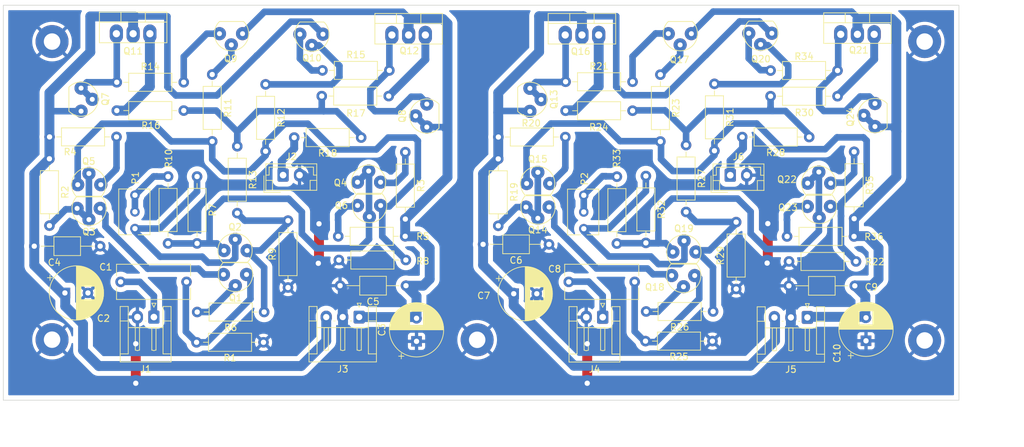
<source format=kicad_pcb>
(kicad_pcb (version 20241229) (generator "pcbnew") (generator_version "9.0")
  (layers (0 "F.Cu" signal) (2 "B.Cu" signal) (13 "F.Paste" user) (15 "B.Paste" user) (5 "F.SilkS" user "F.Silkscreen") (7 "B.SilkS" user "B.Silkscreen") (1 "F.Mask" user) (3 "B.Mask" user) (25 "Edge.Cuts" user))
  (net 0 "")
  (net 1 "Net-(C1-Pad1)")
  (net 2 "Net-(C1-Pad2)")
  (net 3 "GND")
  (net 4 "Net-(J2-Pad1)")
  (net 5 "Net-(Q1-Pad2)")
  (net 6 "Net-(Q1-Pad3)")
  (net 7 "Net-(Q2-Pad1)")
  (net 8 "Net-(Q2-Pad3)")
  (net 9 "Net-(Q3-Pad2)")
  (net 10 "Net-(Q4-Pad3)")
  (net 11 "Net-(Q5-Pad1)")
  (net 12 "Net-(Q5-Pad3)")
  (net 13 "Net-(Q6-Pad3)")
  (net 14 "Net-(Q11-Pad3)")
  (net 15 "Net-(Q9-Pad2)")
  (net 16 "Net-(Q9-Pad3)")
  (net 17 "Net-(Q10-Pad3)")
  (net 18 "Net-(Q11-Pad1)")
  (net 19 "Net-(Q12-Pad1)")
  (net 20 "Net-(Q10-Pad2)")
  (net 21 "+12V")
  (net 22 "-12V")
  (net 23 "Net-(R13-Pad1)")
  (net 24 "Net-(P1-Pad1)")
  (net 25 "Net-(P1-Pad2)")
  (net 26 "Net-(Q12-Pad3)")
  (net 27 "Net-(C8-Pad1)")
  (net 28 "Net-(C8-Pad2)")
  (net 29 "Net-(J6-Pad1)")
  (net 30 "Net-(P2-Pad1)")
  (net 31 "Net-(P2-Pad2)")
  (net 32 "Net-(Q13-Pad1)")
  (net 33 "Net-(Q14-Pad1)")
  (net 34 "Net-(Q14-Pad2)")
  (net 35 "Net-(Q15-Pad1)")
  (net 36 "Net-(Q15-Pad3)")
  (net 37 "Net-(Q16-Pad3)")
  (net 38 "Net-(Q17-Pad2)")
  (net 39 "Net-(Q17-Pad3)")
  (net 40 "Net-(Q18-Pad2)")
  (net 41 "Net-(Q19-Pad1)")
  (net 42 "Net-(Q19-Pad3)")
  (net 43 "Net-(Q20-Pad2)")
  (net 44 "Net-(Q20-Pad3)")
  (net 45 "Net-(Q21-Pad1)")
  (net 46 "Net-(Q21-Pad3)")
  (net 47 "Net-(Q22-Pad3)")
  (net 48 "Net-(Q23-Pad3)")
  (net 49 "Net-(R24-Pad2)")
  (net 50 "+12L")
  (net 51 "-12VA")
  (footprint "Resistor_THT:R_Axial_DIN0207_L6.3mm_D2.5mm_P10.16mm_Horizontal" (layer "F.Cu") (at 178 80.84 -90)
    (property "Reference" "R35")
    (property "Value" "270")
  )
  (footprint "Tranzystory:TO-92" (layer "F.Cu") (at 131.3075 89.24 180)
    (property "Reference" "Q14")
    (property "Value" "BC560")
  )
  (footprint "Resistor_THT:R_Axial_DIN0207_L6.3mm_D2.5mm_P10.16mm_Horizontal" (layer "F.Cu") (at 84.4 80 -90)
    (property "Reference" "R13")
    (property "Value" "470")
  )
  (footprint "Tranzystory:TO-92" (layer "F.Cu") (at 63.2 89.44 180)
    (property "Reference" "Q3")
    (property "Value" "BC560")
  )
  (footprint "MountingHole:MountingHole_2.5mm_Pad" (layer "F.Cu") (at 120.8 109.4)
    (property "Reference" "REF**" (hide yes))
    (property "Value" "MountingHole_2.5mm_Pad" (hide yes))
  )
  (footprint "Capacitor_THT:CP_Radial_D8.0mm_P3.50mm" (layer "F.Cu") (at 179.8 109.552651 90)
    (property "Reference" "C10")
    (property "Value" "100u")
  )
  (footprint "Resistor_THT:R_Axial_DIN0207_L6.3mm_D2.5mm_P10.16mm_Horizontal" (layer "F.Cu") (at 171.18 78.6 180)
    (property "Reference" "R28")
    (property "Value" "10")
  )
  (footprint "Potentiometer_THT:Potentiometer_Bourns_3266Y_Vertical" (layer "F.Cu") (at 136.975 92.525 -90)
    (property "Reference" "P2")
    (property "Value" "1k")
  )
  (footprint "Resistor_THT:R_Axial_DIN0207_L6.3mm_D2.5mm_P10.16mm_Horizontal" (layer "F.Cu") (at 165.32 68.5)
    (property "Reference" "R34")
    (property "Value" "22")
  )
  (footprint "Tranzystory:TO-92" (layer "F.Cu") (at 85.4075 99.48 180)
    (property "Reference" "Q1")
    (property "Value" "BF245A")
  )
  (footprint "Connector_JST:JST_EH_B2B-EH-A_1x02_P2.50mm_Vertical" (layer "F.Cu") (at 91.35 84.38)
    (property "Reference" "J2")
    (property "Value" "Conn_01x02_Female")
  )
  (footprint "MountingHole:MountingHole_2.5mm_Pad" (layer "F.Cu") (at 56.3 109.38)
    (property "Reference" "REF**" (hide yes))
    (property "Value" "MountingHole_2.5mm_Pad" (hide yes))
  )
  (footprint "Package_TO_SOT_THT:TO-220-3_Vertical" (layer "F.Cu") (at 175.96 63)
    (property "Reference" "Q21")
    (property "Value" "2SA1261")
  )
  (footprint "Capacitor_THT:C_Axial_L3.8mm_D2.6mm_P10.00mm_Horizontal" (layer "F.Cu") (at 131.7 94.9 180)
    (property "Reference" "C6")
    (property "Value" "100n")
  )
  (footprint "Connector_JST:JST_EH_S2B-EH_1x02_P2.50mm_Horizontal" (layer "F.Cu") (at 139.85 105.9675 180)
    (property "Reference" "J4")
    (property "Value" "Conn_01x02_Male")
  )
  (footprint "Resistor_THT:R_Axial_DIN0207_L6.3mm_D2.5mm_P10.16mm_Horizontal" (layer "F.Cu") (at 92.1 101.46 90)
    (property "Reference" "R9")
    (property "Value" "100")
  )
  (footprint "Connector_JST:JST_EH_B2B-EH-A_1x02_P2.50mm_Vertical" (layer "F.Cu") (at 159.2 84.4)
    (property "Reference" "J6")
    (property "Value" "Conn_01x02_Female")
  )
  (footprint "MountingHole:MountingHole_2.5mm_Pad" (layer "F.Cu") (at 56.3 64.1)
    (property "Reference" "REF**" (hide yes))
    (property "Value" "MountingHole_2.5mm_Pad" (hide yes))
  )
  (footprint "Resistor_THT:R_Axial_DIN0207_L6.3mm_D2.5mm_P10.16mm_Horizontal" (layer "F.Cu") (at 156.5 109.6 180)
    (property "Reference" "R25")
    (property "Value" "100k")
  )
  (footprint "Capacitor_THT:C_Rect_L11.0mm_W5.1mm_P10.00mm_MKT" (layer "F.Cu") (at 134.7 100.6)
    (property "Reference" "C8")
    (property "Value" "2u2")
  )
  (footprint "Capacitor_THT:CP_Radial_D8.0mm_P3.50mm" (layer "F.Cu") (at 111.6 109.632651 90)
    (property "Reference" "C3")
    (property "Value" "100u")
  )
  (footprint "Resistor_THT:R_Axial_DIN0207_L6.3mm_D2.5mm_P10.16mm_Horizontal" (layer "F.Cu") (at 99.72 93.68)
    (property "Reference" "R5")
    (property "Value" "270")
  )
  (footprint "Resistor_THT:R_Axial_DIN0207_L6.3mm_D2.5mm_P10.16mm_Horizontal" (layer "F.Cu") (at 88.38 109.78 180)
    (property "Reference" "R1")
    (property "Value" "100k")
  )
  (footprint "Tranzystory:TO-92" (layer "F.Cu") (at 97 62.98 180)
    (property "Reference" "Q10")
    (property "Value" "BC550")
  )
  (footprint "Tranzystory:TO-92" (layer "F.Cu") (at 82.7925 95.84)
    (property "Reference" "Q2")
    (property "Value" "BF245A")
  )
  (footprint "Capacitor_THT:C_Axial_L3.8mm_D2.6mm_P10.00mm_Horizontal" (layer "F.Cu") (at 63.6 95.18 180)
    (property "Reference" "C4")
    (property "Value" "100n")
  )
  (footprint "Tranzystory:TO-92" (layer "F.Cu") (at 103.0425 85.46)
    (property "Reference" "Q4")
    (property "Value" "BC550")
  )
  (footprint "Resistor_THT:R_Axial_DIN0207_L6.3mm_D2.5mm_P10.16mm_Horizontal" (layer "F.Cu") (at 88.48 105.18 180)
    (property "Reference" "R6")
    (property "Value" "168")
  )
  (footprint "Resistor_THT:R_Axial_DIN0207_L6.3mm_D2.5mm_P10.16mm_Horizontal" (layer "F.Cu") (at 167.82 93.7)
    (property "Reference" "R36")
    (property "Value" "270")
  )
  (footprint "Tranzystory:TO-92" (layer "F.Cu") (at 153.4075 99.64 180)
    (property "Reference" "Q18")
    (property "Value" "BF245A")
  )
  (footprint "Resistor_THT:R_Axial_DIN0207_L6.3mm_D2.5mm_P10.16mm_Horizontal" (layer "F.Cu") (at 156.8 70.52 -90)
    (property "Reference" "R31")
    (property "Value" "100")
  )
  (footprint "Tranzystory:TO-92" (layer "F.Cu") (at 165.1075 62.84 180)
    (property "Reference" "Q20")
    (property "Value" "BC550")
  )
  (footprint "Resistor_THT:R_Axial_DIN0207_L6.3mm_D2.5mm_P10.16mm_Horizontal" (layer "F.Cu") (at 66.12 70.28)
    (property "Reference" "R14")
    (property "Value" "22")
  )
  (footprint "Tranzystory:TO-92" (layer "F.Cu") (at 150.8925 96.06)
    (property "Reference" "Q19")
    (property "Value" "BF245A")
  )
  (footprint "Resistor_THT:R_Axial_DIN0207_L6.3mm_D2.5mm_P10.16mm_Horizontal" (layer "F.Cu") (at 134.22 70.2)
    (property "Reference" "R21")
    (property "Value" "22")
  )
  (footprint "Resistor_THT:R_Axial_DIN0207_L6.3mm_D2.5mm_P10.16mm_Horizontal" (layer "F.Cu") (at 97.22 72.38)
    (property "Reference" "R17")
    (property "Value" "1")
  )
  (footprint "Tranzystory:TO-92" (layer "F.Cu") (at 152.9 62.9 180)
    (property "Reference" "Q17")
    (property "Value" "BC560")
  )
  (footprint "Resistor_THT:R_Axial_DIN0207_L6.3mm_D2.5mm_P10.16mm_Horizontal" (layer "F.Cu") (at 88.7 70.6 -90)
    (property "Reference" "R12")
    (property "Value" "100")
  )
  (footprint "Potentiometer_THT:Potentiometer_Bourns_3266Y_Vertical" (layer "F.Cu") (at 68.875 92.505 -90)
    (property "Reference" "P1")
    (property "Value" "1k")
  )
  (footprint "Capacitor_THT:CP_Radial_D8.0mm_P3.50mm" (layer "F.Cu") (at 58.247349 102.28)
    (property "Reference" "C2")
    (property "Value" "100u")
  )
  (footprint "MountingHole:MountingHole_2.5mm_Pad" (layer "F.Cu") (at 188.7 64.1)
    (property "Reference" "REF**" (hide yes))
    (property "Value" "MountingHole_2.5mm_Pad" (hide yes))
  )
  (footprint "Resistor_THT:R_Axial_DIN0207_L6.3mm_D2.5mm_P10.16mm_Horizontal" (layer "F.Cu") (at 97.32 68.48)
    (property "Reference" "R15")
    (property "Value" "22")
  )
  (footprint "Tranzystory:TO-92" (layer "F.Cu") (at 174 89.14 180)
    (property "Reference" "Q23")
    (property "Value" "BC550")
  )
  (footprint "Tranzystory:TO-92" (layer "F.Cu") (at 60.7 71.5725 -90)
    (property "Reference" "Q7")
    (property "Value" "BF245A")
  )
  (footprint "Resistor_THT:R_Axial_DIN0207_L6.3mm_D2.5mm_P10.16mm_Horizontal" (layer "F.Cu") (at 156.6 105.1 180)
    (property "Reference" "R26")
    (property "Value" "168")
  )
  (footprint "Resistor_THT:R_Axial_DIN0207_L6.3mm_D2.5mm_P10.16mm_Horizontal" (layer "F.Cu") (at 73.9 84.6 -90)
    (property "Reference" "R10")
    (property "Value" "220")
  )
  (footprint "Resistor_THT:R_Axial_DIN0207_L6.3mm_D2.5mm_P10.16mm_Horizontal" (layer "F.Cu") (at 124 81.92 -90)
    (property "Reference" "R19")
    (property "Value" "270")
  )
  (footprint "Capacitor_THT:CP_Radial_D8.0mm_P3.50mm" (layer "F.Cu") (at 126.347349 102.4)
    (property "Reference" "C7")
    (property "Value" "100u")
  )
  (footprint "Tranzystory:TO-92" (layer "F.Cu") (at 60.5925 85.84)
    (property "Reference" "Q5")
    (property "Value" "BC560")
  )
  (footprint "Resistor_THT:R_Axial_DIN0207_L6.3mm_D2.5mm_P10.16mm_Horizontal" (layer "F.Cu") (at 103.2 78.68 180)
    (property "Reference" "R18")
    (property "Value" "10")
  )
  (footprint "Package_TO_SOT_THT:TO-220-3_Vertical" (layer "F.Cu") (at 134.16 63.1)
    (property "Reference" "Q16")
    (property "Value" "2SC3157")
  )
  (footprint "Capacitor_THT:C_Axial_L3.8mm_D2.6mm_P10.00mm_Horizontal" (layer "F.Cu") (at 178.1 101.2 180)
    (property "Reference" "C9")
    (property "Value" "100n")
  )
  (footprint "Tranzystory:TO-92" (layer "F.Cu") (at 171.3425 85.61)
    (property "Reference" "Q22")
    (property "Value" "BC550")
  )
  (footprint "Tranzystory:TO-92" (layer "F.Cu") (at 113.16 76.6875 90)
    (property "Reference" "Q8")
    (property "Value" "BF245A")
  )
  (footprint "Package_TO_SOT_THT:TO-220-3_Vertical" (layer "F.Cu") (at 66.06 62.9025)
    (property "Reference" "Q11")
    (property "Value" "2SC3157")
  )
  (footprint "Resistor_THT:R_Axial_DIN0207_L6.3mm_D2.5mm_P10.16mm_Horizontal" (layer "F.Cu") (at 146.4 84.52 -90)
    (property "Reference" "R32")
    (property "Value" "270")
  )
  (footprint "Tranzystory:TO-92" (layer "F.Cu") (at 105.75 89 180)
    (property "Reference" "Q6")
    (property "Value" "BC550")
  )
  (footprint "Resistor_THT:R_Axial_DIN0207_L6.3mm_D2.5mm_P10.16mm_Horizontal" (layer "F.Cu") (at 109.9 80.9 -90)
    (property "Reference" "R3")
    (property "Value" "270")
  )
  (footprint "Resistor_THT:R_Axial_DIN0207_L6.3mm_D2.5mm_P10.16mm_Horizontal" (layer "F.Cu") (at 55.9 81.9 -90)
    (property "Reference" "R2")
    (property "Value" "270")
  )
  (footprint "Resistor_THT:R_Axial_DIN0207_L6.3mm_D2.5mm_P10.16mm_Horizontal" (layer "F.Cu") (at 134.22 74.6)
    (property "Reference" "R24")
    (property "Value" "1")
  )
  (footprint "Resistor_THT:R_Axial_DIN0207_L6.3mm_D2.5mm_P10.16mm_Horizontal" (layer "F.Cu") (at 165.32 72.4)
    (property "Reference" "R30")
    (property "Value" "1")
  )
  (footprint "Tranzystory:TO-92" (layer "F.Cu") (at 181.16 76.6075 90)
    (property "Reference" "Q24")
    (property "Value" "BF245A")
  )
  (footprint "Tranzystory:TO-92" (layer "F.Cu") (at 128.7075 85.66)
    (property "Reference" "Q15")
    (property "Value" "BC560")
  )
  (footprint "Tranzystory:TO-92" (layer "F.Cu") (at 84.8 62.9 180)
    (property "Reference" "Q9")
    (property "Value" "BC560")
  )
  (footprint "Resistor_THT:R_Axial_DIN0207_L6.3mm_D2.5mm_P10.16mm_Horizontal" (layer "F.Cu") (at 99.82 97.28)
    (property "Reference" "R8")
    (property "Value" "22k")
  )
  (footprint "Package_TO_SOT_THT:TO-220-3_Vertical" (layer "F.Cu") (at 107.86 63.1025)
    (property "Reference" "Q12")
    (property "Value" "2SA1261")
  )
  (footprint "Resistor_THT:R_Axial_DIN0207_L6.3mm_D2.5mm_P10.16mm_Horizontal" (layer "F.Cu") (at 80.6 69.1 -90)
    (property "Reference" "R11")
    (property "Value" "100")
  )
  (footprint "Connector_JST:JST_EH_S3B-EH_1x03_P2.50mm_Horizontal" (layer "F.Cu") (at 102.9 105.9475 180)
    (property "Reference" "J3")
    (property "Value" "Conn_01x03_Female")
  )
  (footprint "Resistor_THT:R_Axial_DIN0207_L6.3mm_D2.5mm_P10.16mm_Horizontal" (layer "F.Cu") (at 168.12 97.5)
    (property "Reference" "R22")
    (property "Value" "22k")
  )
  (footprint "Resistor_THT:R_Axial_DIN0207_L6.3mm_D2.5mm_P10.16mm_Horizontal" (layer "F.Cu") (at 160.1 101.68 90)
    (property "Reference" "R29")
    (property "Value" "100")
  )
  (footprint "Capacitor_THT:C_Axial_L3.8mm_D2.6mm_P10.00mm_Horizontal" (layer "F.Cu") (at 110 101.18 180)
    (property "Reference" "C5")
    (property "Value" "100n")
  )
  (footprint "Resistor_THT:R_Axial_DIN0207_L6.3mm_D2.5mm_P10.16mm_Horizontal" (layer "F.Cu") (at 124.02 78.6)
    (property "Reference" "R20")
    (property "Value" "270")
  )
  (footprint "Resistor_THT:R_Axial_DIN0207_L6.3mm_D2.5mm_P10.16mm_Horizontal" (layer "F.Cu") (at 152.5 79.82 -90)
    (property "Reference" "R27")
    (property "Value" "470")
  )
  (footprint "Tranzystory:TO-92" (layer "F.Cu") (at 128.8 71.6 -90)
    (property "Reference" "Q13")
    (property "Value" "BF245A")
  )
  (footprint "Resistor_THT:R_Axial_DIN0207_L6.3mm_D2.5mm_P10.16mm_Horizontal" (layer "F.Cu") (at 55.92 78.58)
    (property "Reference" "R4")
    (property "Value" "270")
  )
  (footprint "MountingHole:MountingHole_2.5mm_Pad" (layer "F.Cu") (at 188.7 109.5)
    (property "Reference" "REF**" (hide yes))
    (property "Value" "MountingHole_2.5mm_Pad" (hide yes))
  )
  (footprint "Resistor_THT:R_Axial_DIN0207_L6.3mm_D2.5mm_P10.16mm_Horizontal" (layer "F.Cu") (at 148.6 69.12 -90)
    (property "Reference" "R23")
    (property "Value" "100")
  )
  (footprint "Resistor_THT:R_Axial_DIN0207_L6.3mm_D2.5mm_P10.16mm_Horizontal" (layer "F.Cu") (at 142 84.62 -90)
    (property "Reference" "R33")
    (property "Value" "220")
  )
  (footprint "Connector_JST:JST_EH_S3B-EH_1x03_P2.50mm_Horizontal" (layer "F.Cu") (at 170.9 106 180)
    (property "Reference" "J5")
    (property "Value" "Conn_01x03_Female")
  )
  (footprint "Connector_JST:JST_EH_S2B-EH_1x02_P2.50mm_Horizontal" (layer "F.Cu") (at 71.75 105.9475 180)
    (property "Reference" "J1")
    (property "Value" "Conn_01x02_Male")
  )
  (footprint "Capacitor_THT:C_Rect_L11.0mm_W5.1mm_P10.00mm_MKT" (layer "F.Cu") (at 66.7 100.6)
    (property "Reference" "C1")
    (property "Value" "2u2")
  )
  (footprint "Resistor_THT:R_Axial_DIN0207_L6.3mm_D2.5mm_P10.16mm_Horizontal" (layer "F.Cu") (at 78.3 84.6 -90)
    (property "Reference" "R7")
    (property "Value" "270")
  )
  (footprint "Resistor_THT:R_Axial_DIN0207_L6.3mm_D2.5mm_P10.16mm_Horizontal" (layer "F.Cu") (at 66.12 74.58)
    (property "Reference" "R16")
    (property "Value" "1")
  )
  (gr_rect (start 48.9 58.58) (end 193.9 118.58) (stroke (width 0.1)) (fill no) (layer "Edge.Cuts"))
  (segment (start 71.75 102.73) (end 69.62 100.6) (width 1) (layer "B.Cu") (net 1))
  (segment (start 69.62 100.6) (end 66.7 100.6) (width 1) (layer "B.Cu") (net 1))
  (segment (start 71.75 105.9475) (end 71.75 102.73) (width 1) (layer "B.Cu") (net 1))
  (segment (start 76.6 100.7) (end 76.6 108.16) (width 1) (layer "B.Cu") (net 2))
  (segment (start 76.7 100.6) (end 76.6 100.7) (width 1) (layer "B.Cu") (net 2))
  (segment (start 78.22 109.78) (end 79.8 109.78) (width 1) (layer "B.Cu") (net 2))
  (segment (start 76.6 108.16) (end 78.22 109.78) (width 1) (layer "B.Cu") (net 2))
  (segment (start 86.4 100.0725) (end 85.8075 99.48) (width 1) (layer "B.Cu") (net 2))
  (segment (start 86.4 103.18) (end 86.4 100.0725) (width 1) (layer "B.Cu") (net 2))
  (segment (start 79.8 109.78) (end 86.4 103.18) (width 1) (layer "B.Cu") (net 2))
  (segment (start 137.5 110) (end 137.5 116) (width 1.5) (layer "F.Cu") (net 3))
  (segment (start 164.9 91.747349) (end 164.9 97.647349) (width 1.5) (layer "F.Cu") (net 3))
  (segment (start 96.8 97.68) (end 96.7 97.78) (width 1.5) (layer "F.Cu") (net 3))
  (segment (start 69 110) (end 69 116) (width 1.5) (layer "F.Cu") (net 3))
  (segment (start 96.8 91.78) (end 96.8 97.68) (width 1.5) (layer "F.Cu") (net 3))
  (segment (start 164.9 97.647349) (end 164.8 97.747349) (width 0.75) (layer "F.Cu") (net 3))
  (via (at 164.8 97.747349) (size 2.5) (drill 0.8) (layers "F.Cu" "B.Cu") (net 3))
  (via (at 96.8 91.78) (size 2.5) (drill 0.8) (layers "F.Cu" "B.Cu") (net 3))
  (via (at 137.5 110) (size 2.5) (drill 0.8) (layers "F.Cu" "B.Cu") (net 3))
  (via (at 69 116) (size 2.5) (drill 0.8) (layers "F.Cu" "B.Cu") (net 3))
  (via (at 164.9 91.747349) (size 2.5) (drill 0.8) (layers "F.Cu" "B.Cu") (net 3))
  (via (at 96.7 97.78) (size 2.5) (drill 0.8) (layers "F.Cu" "B.Cu") (net 3))
  (via (at 137.5 116) (size 2.5) (drill 0.8) (layers "F.Cu" "B.Cu") (net 3))
  (via (at 69 110) (size 2.5) (drill 0.8) (layers "F.Cu" "B.Cu") (net 3))
  (segment (start 168.4 106) (end 168.4 107.55) (width 1.5) (layer "B.Cu") (net 3))
  (segment (start 129.847349 103.094698) (end 129.847349 102.247349) (width 1) (layer "B.Cu") (net 3))
  (segment (start 168.2 101.047349) (end 168.1 101.147349) (width 1) (layer "B.Cu") (net 3))
  (segment (start 100.45 105.9975) (end 100.4 105.9475) (width 1.5) (layer "B.Cu") (net 3))
  (segment (start 100.45 108.1) (end 100.45 105.9975) (width 1.5) (layer "B.Cu") (net 3))
  (segment (start 99.82 97.28) (end 100.1 97.56) (width 1) (layer "B.Cu") (net 3))
  (segment (start 100 101.18) (end 100.4 101.58) (width 1.5) (layer "B.Cu") (net 3))
  (segment (start 168.1 101.2) (end 168.4 101.5) (width 1.5) (layer "B.Cu") (net 3))
  (segment (start 96.7 97.78) (end 96.7 97.88) (width 1.5) (layer "B.Cu") (net 3))
  (segment (start 100.1 101.08) (end 100 101.18) (width 1) (layer "B.Cu") (net 3))
  (segment (start 96.8 86.88) (end 96.8 91.78) (width 1.5) (layer "B.Cu") (net 3))
  (segment (start 100.4 101.58) (end 100.4 105.9475) (width 1.5) (layer "B.Cu") (net 3))
  (segment (start 93.85 84.38) (end 94.3 84.38) (width 1.5) (layer "B.Cu") (net 3))
  (segment (start 164.8 97.747349) (end 164.8 97.847349) (width 1.5) (layer "B.Cu") (net 3))
  (segment (start 168.4 101.5) (end 168.4 106) (width 1.5) (layer "B.Cu") (net 3))
  (segment (start 94.3 84.38) (end 96.8 86.88) (width 1.5) (layer "B.Cu") (net 3))
  (segment (start 91.15 82.23) (end 91.15 84.78) (width 1.2) (layer "B.Cu") (net 4))
  (segment (start 93.04 80.34) (end 91.15 82.23) (width 1.2) (layer "B.Cu") (net 4))
  (segment (start 93.04 78.68) (end 93.04 80.34) (width 1.2) (layer "B.Cu") (net 4))
  (segment (start 78.32 105.18) (end 80.1075 105.18) (width 1) (layer "B.Cu") (net 5))
  (segment (start 80.1075 105.18) (end 84.1075 101.18) (width 1) (layer "B.Cu") (net 5))
  (segment (start 82.3075 99.48) (end 79.4 99.48) (width 1) (layer "B.Cu") (net 6))
  (segment (start 79.4 99.48) (end 78.52 98.6) (width 1) (layer "B.Cu") (net 6))
  (segment (start 78.52 98.6) (end 70.82 98.6) (width 1) (layer "B.Cu") (net 6))
  (segment (start 64.4 92.18) (end 64.4 90.38) (width 1) (layer "B.Cu") (net 6))
  (segment (start 64.4 90.38) (end 63.6 89.58) (width 1) (layer "B.Cu") (net 6))
  (segment (start 70.82 98.6) (end 64.4 92.18) (width 1) (layer "B.Cu") (net 6))
  (segment (start 103 95.5) (end 104.3925 94.1075) (width 1) (layer "B.Cu") (net 7))
  (segment (start 94.2 89.98) (end 94.2 93.28) (width 1) (layer "B.Cu") (net 7))
  (segment (start 92.2 87.98) (end 94.2 89.98) (width 1) (layer "B.Cu") (net 7))
  (segment (start 82.3 87.98) (end 92.2 87.98) (width 1) (layer "B.Cu") (net 7))
  (segment (start 73.9 94.76) (end 78.3 94.76) (width 1) (layer "B.Cu") (net 7))
  (segment (start 104.3425 83.76) (end 102.6425 85.46) (width 1) (layer "B.Cu") (net 7))
  (segment (start 81.3125 94.76) (end 78.3 94.76) (width 1) (layer "B.Cu") (net 7))
  (segment (start 94.2 93.28) (end 96.42 95.5) (width 1) (layer "B.Cu") (net 7))
  (segment (start 80.2 90.08) (end 82.3 87.98) (width 1) (layer "B.Cu") (net 7))
  (segment (start 104.3925 94.1075) (end 104.3925 83.86) (width 1) (layer "B.Cu") (net 7))
  (segment (start 80.2 94.76) (end 80.2 90.08) (width 1) (layer "B.Cu") (net 7))
  (segment (start 82.3925 95.84) (end 81.3125 94.76) (width 1) (layer "B.Cu") (net 7))
  (segment (start 96.42 95.5) (end 103 95.5) (width 1) (layer "B.Cu") (net 7))
  (segment (start 88.48 98.4275) (end 85.8925 95.84) (width 1) (layer "B.Cu") (net 8))
  (segment (start 85.54 91.3) (end 92.1 91.3) (width 1) (layer "B.Cu") (net 8))
  (segment (start 92.1 91.68) (end 87.94 95.84) (width 1) (layer "B.Cu") (net 8))
  (segment (start 87.94 95.84) (end 85.8925 95.84) (width 1) (layer "B.Cu") (net 8))
  (segment (start 88.48 105.18) (end 88.48 98.4275) (width 1) (layer "B.Cu") (net 8))
  (segment (start 84.2 89.96) (end 85.54 91.3) (width 1) (layer "B.Cu") (net 8))
  (segment (start 92.1 91.3) (end 92.1 91.68) (width 1) (layer "B.Cu") (net 8))
  (segment (start 55.9 92.06) (end 58.38 89.58) (width 1) (layer "B.Cu") (net 9))
  (segment (start 61.9 91.14) (end 61.8 91.14) (width 1) (layer "B.Cu") (net 9))
  (segment (start 61.8 91.14) (end 60.1 89.44) (width 1) (layer "B.Cu") (net 9))
  (segment (start 61.9 91.14) (end 61.8925 91.1325) (width 1) (layer "B.Cu") (net 9))
  (segment (start 61.8925 91.1325) (end 61.8925 84.14) (width 1) (layer "B.Cu") (net 9))
  (segment (start 58.38 89.58) (end 60.2 89.58) (width 1) (layer "B.Cu") (net 9))
  (segment (start 109.9 84.1) (end 109.9 80.9) (width 1) (layer "B.Cu") (net 10))
  (segment (start 106.1925 85.56) (end 108.44 85.56) (width 1) (layer "B.Cu") (net 10))
  (segment (start 108.44 85.56) (end 109.9 84.1) (width 1) (layer "B.Cu") (net 10))
  (segment (start 111.8 84.8) (end 107.46 89.14) (width 1) (layer "B.Cu") (net 11))
  (segment (start 60.1925 85.84) (end 60.1925 80.2875) (width 1) (layer "B.Cu") (net 11))
  (segment (start 60.1925 80.2875) (end 63.9 76.58) (width 1) (layer "B.Cu") (net 11))
  (segment (start 88.7 79.48) (end 91.6 76.58) (width 1) (layer "B.Cu") (net 11))
  (segment (start 80.6 82) (end 82.4 83.8) (width 1) (layer "B.Cu") (net 11))
  (segment (start 105.5 80.48) (end 107.3 78.68) (width 1) (layer "B.Cu") (net 11))
  (segment (start 80.6 79.26) (end 80.6 82) (width 1) (layer "B.Cu") (net 11))
  (segment (start 111.8 79.18) (end 111.8 84.8) (width 1) (layer "B.Cu") (net 11))
  (segment (start 91.6 76.58) (end 95.1 76.58) (width 1) (layer "B.Cu") (net 11))
  (segment (start 107.3 78.68) (end 111.3 78.68) (width 1) (layer "B.Cu") (net 11))
  (segment (start 106.4 93.7) (end 106.4 89.4325) (width 1) (layer "B.Cu") (net 11))
  (segment (start 86.3 83.8) (end 88.7 81.4) (width 1) (layer "B.Cu") (net 11))
  (segment (start 109.98 97.28) (end 106.4 93.7) (width 1) (layer "B.Cu") (net 11))
  (segment (start 88.7 80.76) (end 88.7 79.48) (width 1) (layer "B.Cu") (net 11))
  (segment (start 111.3 78.68) (end 111.8 79.18) (width 1) (layer "B.Cu") (net 11))
  (segment (start 107.46 89.14) (end 106.1075 89.14) (width 1) (layer "B.Cu") (net 11))
  (segment (start 88.7 81.4) (end 88.7 80.76) (width 1) (layer "B.Cu") (net 11))
  (segment (start 71.7 76.58) (end 74.38 79.26) (width 1) (layer "B.Cu") (net 11))
  (segment (start 99 80.48) (end 105.5 80.48) (width 1) (layer "B.Cu") (net 11))
  (segment (start 95.1 76.58) (end 99 80.48) (width 1) (layer "B.Cu") (net 11))
  (segment (start 63.9 76.58) (end 71.7 76.58) (width 1) (layer "B.Cu") (net 11))
  (segment (start 74.38 79.26) (end 80.6 79.26) (width 1) (layer "B.Cu") (net 11))
  (segment (start 82.4 83.8) (end 86.3 83.8) (width 1) (layer "B.Cu") (net 11))
  (segment (start 106.4 89.4325) (end 106.1075 89.14) (width 1) (layer "B.Cu") (net 11))
  (segment (start 66 83.5325) (end 66 83.38) (width 1) (layer "B.Cu") (net 12))
  (segment (start 66.08 83.3) (end 66.08 78.58) (width 1) (layer "B.Cu") (net 12))
  (segment (start 63.6925 85.84) (end 66 83.5325) (width 1) (layer "B.Cu") (net 12))
  (segment (start 66 83.38) (end 66.08 83.3) (width 1) (layer "B.Cu") (net 12))
  (segment (start 102.6075 89.14) (end 100.96 89.14) (width 1) (layer "B.Cu") (net 13))
  (segment (start 99.7 90.4) (end 99.7 91.2) (width 1) (layer "B.Cu") (net 13))
  (segment (start 99.72 91.22) (end 99.72 93.68) (width 1) (layer "B.Cu") (net 13))
  (segment (start 99.7 91.2) (end 99.72 91.22) (width 1) (layer "B.Cu") (net 13))
  (segment (start 100.96 89.14) (end 99.7 90.4) (width 1) (layer "B.Cu") (net 13))
  (segment (start 66.12 74.58) (end 67.5 74.58) (width 1.5) (layer "B.Cu") (net 14))
  (segment (start 71.14 70.94) (end 67.5 74.58) (width 1.5) (layer "B.Cu") (net 14))
  (segment (start 71.14 62.9025) (end 71.14 70.94) (width 1.5) (layer "B.Cu") (net 14))
  (segment (start 80.6 69.1) (end 83.5 66.2) (width 1) (layer "B.Cu") (net 15))
  (segment (start 83.5 66.2) (end 83.5 64.6) (width 1) (layer "B.Cu") (net 15))
  (segment (start 76.28 66.4) (end 79.78 62.9) (width 1) (layer "B.Cu") (net 16))
  (segment (start 76.28 70.28) (end 76.28 66.4) (width 1) (layer "B.Cu") (net 16))
  (segment (start 79.78 62.9) (end 81.7 62.9) (width 1) (layer "B.Cu") (net 16))
  (segment (start 95.7 68.48) (end 93.9 66.68) (width 1) (layer "B.Cu") (net 17))
  (segment (start 97.32 68.48) (end 95.7 68.48) (width 1) (layer "B.Cu") (net 17))
  (segment (start 93.9 66.68) (end 93.9 62.98) (width 1) (layer "B.Cu") (net 17))
  (segment (start 66.12 70.28) (end 66.12 62.9625) (width 1) (layer "B.Cu") (net 18))
  (segment (start 66.12 62.9625) (end 66.06 62.9025) (width 1) (layer "B.Cu") (net 18))
  (segment (start 62.4 72.8725) (end 60.7 71.1725) (width 1) (layer "B.Cu") (net 18))
  (segment (start 60.7 71.1725) (end 61.5925 70.28) (width 1) (layer "B.Cu") (net 18))
  (segment (start 61.5925 70.28) (end 66.12 70.28) (width 1) (layer "B.Cu") (net 18))
  (segment (start 110.8 72.48) (end 112.2 72.48) (width 1) (layer "B.Cu") (net 19))
  (segment (start 107.48 68.48) (end 104.6 71.36) (width 1) (layer "B.Cu") (net 19))
  (segment (start 107.48 63.4825) (end 107.86 63.1025) (width 1) (layer "B.Cu") (net 19))
  (segment (start 105.3 74.68) (end 108.6 74.68) (width 1) (layer "B.Cu") (net 19))
  (segment (start 113.16 73.44) (end 113.16 73.5875) (width 1) (layer "B.Cu") (net 19))
  (segment (start 112.2 72.48) (end 113.16 73.44) (width 1) (layer "B.Cu") (net 19))
  (segment (start 107.48 68.48) (end 107.48 63.4825) (width 1) (layer "B.Cu") (net 19))
  (segment (start 104.6 71.36) (end 104.6 73.98) (width 1) (layer "B.Cu") (net 19))
  (segment (start 108.6 74.68) (end 110.8 72.48) (width 1) (layer "B.Cu") (net 19))
  (segment (start 104.6 73.98) (end 105.3 74.68) (width 1) (layer "B.Cu") (net 19))
  (segment (start 99.9 67.78) (end 96.8 64.68) (width 1) (layer "B.Cu") (net 20))
  (segment (start 88.7 70.6) (end 98.78 70.6) (width 1) (layer "B.Cu") (net 20))
  (segment (start 96.8 64.68) (end 95.7 64.68) (width 1) (layer "B.Cu") (net 20))
  (segment (start 98.78 70.6) (end 99.9 69.48) (width 1) (layer "B.Cu") (net 20))
  (segment (start 99.9 69.48) (end 99.9 67.78) (width 1) (layer "B.Cu") (net 20))
  (segment (start 58.3 104.3) (end 61 107) (width 1.5) (layer "B.Cu") (net 21))
  (segment (start 73.8 60.28) (end 73.8 71) (width 1) (layer "B.Cu") (net 21))
  (segment (start 68.8 60.28) (end 68.6 60.48) (width 1.5) (layer "B.Cu") (net 21))
  (segment (start 68.6 60.48) (end 68.6 62.9025) (width 1.5) (layer "B.Cu") (net 21))
  (segment (start 73.8 71) (end 75.08 72.28) (width 1) (layer "B.Cu") (net 21))
  (segment (start 92.52048 61.07952) (end 95.49952 61.07952) (width 1) (layer "B.Cu") (net 21))
  (segment (start 55.9 74.9) (end 55.9 78.56) (width 1.5) (layer "B.Cu") (net 21))
  (segment (start 58.247349 102.28) (end 57.8 102.28) (width 1.5) (layer "B.Cu") (net 21))
  (segment (start 55.9 81.9) (end 55.9 78.56) (width 1.5) (layer "B.Cu") (net 21))
  (segment (start 61 107) (end 61 111) (width 1.5) (layer "B.Cu") (net 21))
  (segment (start 53.6 95.18) (end 53.6 84.2) (width 1.5) (layer "B.Cu") (net 21))
  (segment (start 56.1275 74.6725) (end 55.9 74.9) (width 1) (layer "B.Cu") (net 21))
  (segment (start 55.9 71.9) (end 55.9 74.9) (width 1.5) (layer "B.Cu") (net 21))
  (segment (start 53.6 98.08) (end 53.6 95.18) (width 1.5) (layer "B.Cu") (net 21))
  (segment (start 60.7 74.6725) (end 56.1275 74.6725) (width 1) (layer "B.Cu") (net 21))
  (segment (start 61 111) (end 63.38 113.38) (width 1.5) (layer "B.Cu") (net 21))
  (segment (start 63.38 113.38) (end 94.1 113.38) (width 1.5) (layer "B.Cu") (net 21))
  (segment (start 62.1 60.28) (end 62.1 65.7) (width 1.5) (layer "B.Cu") (net 21))
  (segment (start 58.3 102.332651) (end 58.3 104.3) (width 1.5) (layer "B.Cu") (net 21))
  (segment (start 81.3 72.28) (end 87.38 66.2) (width 1) (layer "B.Cu") (net 21))
  (segment (start 95.49952 61.07952) (end 97.4 62.98) (width 1) (layer "B.Cu") (net 21))
  (segment (start 53.6 84.2) (end 55.9 81.9) (width 1.5) (layer "B.Cu") (net 21))
  (segment (start 58.247349 102.28) (end 58.3 102.332651) (width 1.5) (layer "B.Cu") (net 21))
  (segment (start 75.08 72.28) (end 81.3 72.28) (width 1) (layer "B.Cu") (net 21))
  (segment (start 94.1 113.38) (end 97.9 109.58) (width 1.5) (layer "B.Cu") (net 21))
  (segment (start 55.9 78.56) (end 55.92 78.58) (width 1.5) (layer "B.Cu") (net 21))
  (segment (start 68.8 60.28) (end 62.1 60.28) (width 1.5) (layer "B.Cu") (net 21))
  (segment (start 97.9 109.58) (end 97.9 105.9475) (width 1.5) (layer "B.Cu") (net 21))
  (segment (start 68.8 60.28) (end 73.8 60.28) (width 1) (layer "B.Cu") (net 21))
  (segment (start 57.8 102.28) (end 53.6 98.08) (width 1.5) (layer "B.Cu") (net 21))
  (segment (start 62.1 65.7) (end 55.9 71.9) (width 1.5) (layer "B.Cu") (net 21))
  (segment (start 87.4 66.2) (end 92.52048 61.07952) (width 1) (layer "B.Cu") (net 21))
  (segment (start 87.38 66.2) (end 87.4 66.2) (width 1) (layer "B.Cu") (net 21))
  (segment (start 115.6075 77.0875) (end 116.3 77.78) (width 1) (layer "B.Cu") (net 22))
  (segment (start 111.46 75.3875) (end 113.16 77.0875) (width 1) (layer "B.Cu") (net 22))
  (segment (start 111.6 102.78) (end 110 101.18) (width 1.5) (layer "B.Cu") (net 22))
  (segment (start 85.18 62.92) (end 88.52 59.58) (width 1) (layer "B.Cu") (net 22))
  (segment (start 88.52 59.58) (end 109.5 59.58) (width 1) (layer "B.Cu") (net 22))
  (segment (start 102.9 105.9475) (end 111.414849 105.9475) (width 1.5) (layer "B.Cu") (net 22))
  (segment (start 116.3 84.68) (end 109.88 91.1) (width 1.5) (layer "B.Cu") (net 22))
  (segment (start 110.4 60.78) (end 110.4 63.1025) (width 1.5) (layer "B.Cu") (net 22))
  (segment (start 113.16 77.0875) (end 115.6075 77.0875) (width 1) (layer "B.Cu") (net 22))
  (segment (start 113.6 100.18) (end 113.6 95.48) (width 1.5) (layer "B.Cu") (net 22))
  (segment (start 111.8 93.68) (end 109.88 93.68) (width 1.5) (layer "B.Cu") (net 22))
  (segment (start 110.6 60.68) (end 115.6 60.68) (width 1.5) (layer "B.Cu") (net 22))
  (segment (start 110 101.18) (end 112.6 101.18) (width 1.5) (layer "B.Cu") (net 22))
  (segment (start 109.88 91.1) (end 109.88 93.68) (width 1.5) (layer "B.Cu") (net 22))
  (segment (start 116.3 77.78) (end 116.3 84.68) (width 1.5) (layer "B.Cu") (net 22))
  (segment (start 115.6 60.68) (end 116.3 61.38) (width 1.5) (layer "B.Cu") (net 22))
  (segment (start 116.3 61.38) (end 116.3 77.78) (width 1.5) (layer "B.Cu") (net 22))
  (segment (start 111.6 106.132651) (end 111.6 102.78) (width 1.5) (layer "B.Cu") (net 22))
  (segment (start 109.5 59.58) (end 110.6 60.68) (width 1) (layer "B.Cu") (net 22))
  (segment (start 111.414849 105.9475) (end 111.6 106.132651) (width 1.5) (layer "B.Cu") (net 22))
  (segment (start 112.6 101.18) (end 113.6 100.18) (width 1.5) (layer "B.Cu") (net 22))
  (segment (start 113.6 95.48) (end 111.8 93.68) (width 1.5) (layer "B.Cu") (net 22))
  (segment (start 87.5 74.68) (end 97.5 74.68) (width 1) (layer "B.Cu") (net 23))
  (segment (start 84.4 77.78) (end 84.4 80) (width 1) (layer "B.Cu") (net 23))
  (segment (start 84.4 77.78) (end 87.5 74.68) (width 1) (layer "B.Cu") (net 23))
  (segment (start 97.5 74.68) (end 99.48 74.68) (width 1) (layer "B.Cu") (net 23))
  (segment (start 99.48 74.68) (end 103.2 78.4) (width 1) (layer "B.Cu") (net 23))
  (segment (start 97.2 74.18) (end 97.2 74.38) (width 1) (layer "B.Cu") (net 23))
  (segment (start 81.2 74.58) (end 84.4 77.78) (width 1) (layer "B.Cu") (net 23))
  (segment (start 97.22 74.16) (end 97.2 74.18) (width 1) (layer "B.Cu") (net 23))
  (segment (start 103.2 78.4) (end 103.2 78.68) (width 1) (layer "B.Cu") (net 23))
  (segment (start 76.28 74.58) (end 81.2 74.58) (width 1) (layer "B.Cu") (net 23))
  (segment (start 97.2 74.38) (end 97.5 74.68) (width 1) (layer "B.Cu") (net 23))
  (segment (start 97.22 72.38) (end 97.22 74.16) (width 1) (layer "B.Cu") (net 23))
  (segment (start 84.0925 96.9875) (end 83.4 97.68) (width 1) (layer "B.Cu") (net 24))
  (segment (start 72.7 96.78) (end 68.875 92.955) (width 1) (layer "B.Cu") (net 24))
  (segment (start 84.0925 94.14) (end 84.0925 96.9875) (width 1) (layer "B.Cu") (net 24))
  (segment (start 79.08 96.78) (end 72.7 96.78) (width 1) (layer "B.Cu") (net 24))
  (segment (start 68.875 92.955) (end 68.875 92.505) (width 1) (layer "B.Cu") (net 24))
  (segment (start 78.3 86.88) (end 72.675 92.505) (width 1) (layer "B.Cu") (net 24))
  (segment (start 72.675 92.505) (end 68.875 92.505) (width 1) (layer "B.Cu") (net 24))
  (segment (start 78.3 84.6) (end 78.3 86.88) (width 1) (layer "B.Cu") (net 24))
  (segment (start 79.98 97.68) (end 79.08 96.78) (width 1) (layer "B.Cu") (net 24))
  (segment (start 83.4 97.68) (end 79.98 97.68) (width 1) (layer "B.Cu") (net 24))
  (segment (start 68.875 87.425) (end 71.72 84.58) (width 1) (layer "B.Cu") (net 25))
  (segment (start 72.22 84.6) (end 73.9 84.6) (width 1) (layer "B.Cu") (net 25))
  (segment (start 68.875 89.965) (end 68.875 87.425) (width 1) (layer "B.Cu") (net 25))
  (segment (start 71.72 84.58) (end 72.2 84.58) (width 1) (layer "B.Cu") (net 25))
  (segment (start 72.2 84.58) (end 72.22 84.6) (width 1) (layer "B.Cu") (net 25))
  (segment (start 112.94 66.82) (end 107.38 72.38) (width 1.2) (layer "B.Cu") (net 26))
  (segment (start 112.94 63.1025) (end 112.94 66.82) (width 1.2) (layer "B.Cu") (net 26))
  (segment (start 137.72 100.567349) (end 134.8 100.567349) (width 1) (layer "B.Cu") (net 27))
  (segment (start 139.85 102.697349) (end 137.72 100.567349) (width 1) (layer "B.Cu") (net 27))
  (segment (start 139.85 105.914849) (end 139.85 102.697349) (width 1) (layer "B.Cu") (net 27))
  (segment (start 144.7 100.667349) (end 144.7 108.127349) (width 1) (layer "B.Cu") (net 28))
  (segment (start 144.7 108.127349) (end 146.32 109.747349) (width 1) (layer "B.Cu") (net 28))
  (segment (start 147.9 109.747349) (end 154.5 103.147349) (width 1) (layer "B.Cu") (net 28))
  (segment (start 146.32 109.747349) (end 147.9 109.747349) (width 1) (layer "B.Cu") (net 28))
  (segment (start 154.5 103.147349) (end 154.5 100.039849) (width 1) (layer "B.Cu") (net 28))
  (segment (start 154.5 100.039849) (end 153.9075 99.447349) (width 1) (layer "B.Cu") (net 28))
  (segment (start 161.14 80.307349) (end 159.25 82.197349) (width 1.2) (layer "B.Cu") (net 29))
  (segment (start 159.25 82.197349) (end 159.25 84.747349) (width 1.2) (layer "B.Cu") (net 29))
  (segment (start 161.14 78.647349) (end 161.14 80.307349) (width 1.2) (layer "B.Cu") (net 29))
  (segment (start 152.25 97.25) (end 151.6 97.9) (width 1) (layer "B.Cu") (net 30))
  (segment (start 152.1925 94.36) (end 152.25 94.4175) (width 1) (layer "B.Cu") (net 30))
  (segment (start 151.6 97.9) (end 148.3 97.9) (width 1) (layer "B.Cu") (net 30))
  (segment (start 148.3 97.9) (end 147.147349 96.747349) (width 1) (layer "B.Cu") (net 30))
  (segment (start 140.8 96.747349) (end 136.975 92.922349) (width 1) (layer "B.Cu") (net 30))
  (segment (start 152.25 94.4175) (end 152.25 97.25) (width 1) (layer "B.Cu") (net 30))
  (segment (start 136.975 92.472349) (end 140.775 92.472349) (width 1) (layer "B.Cu") (net 30))
  (segment (start 146.4 86.847349) (end 146.4 84.567349) (width 1) (layer "B.Cu") (net 30))
  (segment (start 147.147349 96.747349) (end 140.8 96.747349) (width 1) (layer "B.Cu") (net 30))
  (segment (start 140.775 92.472349) (end 146.4 86.847349) (width 1) (layer "B.Cu") (net 30))
  (segment (start 136.975 92.922349) (end 136.975 92.472349) (width 1) (layer "B.Cu") (net 30))
  (segment (start 136.975 87.392349) (end 139.82 84.547349) (width 1) (layer "B.Cu") (net 31))
  (segment (start 136.975 89.932349) (end 136.975 87.392349) (width 1) (layer "B.Cu") (net 31))
  (segment (start 139.82 84.547349) (end 140.3 84.547349) (width 1) (layer "B.Cu") (net 31))
  (segment (start 140.3 84.547349) (end 140.32 84.567349) (width 1) (layer "B.Cu") (net 31))
  (segment (start 140.32 84.567349) (end 142 84.567349) (width 1) (layer "B.Cu") (net 31))
  (segment (start 134.22 70.247349) (end 134.22 63.16) (width 1) (layer "B.Cu") (net 32))
  (segment (start 130.5 72.839849) (end 128.8 71.139849) (width 1) (layer "B.Cu") (net 32))
  (segment (start 129.6925 70.247349) (end 134.22 70.247349) (width 1) (layer "B.Cu") (net 32))
  (segment (start 134.22 63.16) (end 134.16 63.1) (width 1) (layer "B.Cu") (net 32))
  (segment (start 128.8 71.139849) (end 129.6925 70.247349) (width 1) (layer "B.Cu") (net 32))
  (segment (start 150.4075 99.447349) (end 147.5 99.447349) (width 1) (layer "B.Cu") (net 33))
  (segment (start 146.62 98.567349) (end 138.92 98.567349) (width 1) (layer "B.Cu") (net 33))
  (segment (start 147.5 99.447349) (end 146.62 98.567349) (width 1) (layer "B.Cu") (net 33))
  (segment (start 132.5 90.0325) (end 131.7075 89.24) (width 1) (layer "B.Cu") (net 33))
  (segment (start 138.92 98.567349) (end 132.5 92.147349) (width 1) (layer "B.Cu") (net 33))
  (segment (start 132.5 92.147349) (end 132.5 90.0325) (width 1) (layer "B.Cu") (net 33))
  (segment (start 127.892651 89.24) (end 128.2 89.547349) (width 1) (layer "B.Cu") (net 34))
  (segment (start 126.787349 89.24) (end 127.892651 89.24) (width 1) (layer "B.Cu") (net 34))
  (segment (start 129.9075 90.94) (end 128.2075 89.24) (width 1) (layer "B.Cu") (net 34))
  (segment (start 124 92.027349) (end 126.787349 89.24) (width 1) (layer "B.Cu") (net 34))
  (segment (start 130.007011 84.12186) (end 129.9925 84.107349) (width 1) (layer "B.Cu") (net 34))
  (segment (start 130.0075 90.94) (end 130.007011 90.939511) (width 1) (layer "B.Cu") (net 34))
  (segment (start 130.007011 90.939511) (end 130.007011 84.12186) (width 1) (layer "B.Cu") (net 34))
  (segment (start 130.0075 90.94) (end 129.9075 90.94) (width 1) (layer "B.Cu") (net 34))
  (segment (start 173.6 80.447349) (end 175.4 78.647349) (width 1) (layer "B.Cu") (net 35))
  (segment (start 142.48 79.227349) (end 148.7 79.227349) (width 1) (layer "B.Cu") (net 35))
  (segment (start 148.7 79.227349) (end 148.7 81.967349) (width 1) (layer "B.Cu") (net 35))
  (segment (start 175.999511 88.900489) (end 175.999511 90.600489) (width 1) (layer "B.Cu") (net 35))
  (segment (start 156.8 81.367349) (end 156.8 79.447349) (width 1) (layer "B.Cu") (net 35))
  (segment (start 150.5 83.767349) (end 154.4 83.767349) (width 1) (layer "B.Cu") (net 35))
  (segment (start 179.9 79.147349) (end 179.9 84.767349) (width 1) (layer "B.Cu") (net 35))
  (segment (start 167.1 80.447349) (end 173.6 80.447349) (width 1) (layer "B.Cu") (net 35))
  (segment (start 175.4 78.647349) (end 179.4 78.647349) (width 1) (layer "B.Cu") (net 35))
  (segment (start 176 90.600978) (end 176 95.167349) (width 1) (layer "B.Cu") (net 35))
  (segment (start 176 95.167349) (end 178.08 97.247349) (width 1) (layer "B.Cu") (net 35))
  (segment (start 139.8 76.547349) (end 142.48 79.227349) (width 1) (layer "B.Cu") (net 35))
  (segment (start 163.2 76.547349) (end 167.1 80.447349) (width 1) (layer "B.Cu") (net 35))
  (segment (start 156.8 79.447349) (end 159.7 76.547349) (width 1) (layer "B.Cu") (net 35))
  (segment (start 175.76 89.14) (end 175.999511 88.900489) (width 1) (layer "B.Cu") (net 35))
  (segment (start 128.2925 80.254849) (end 132 76.547349) (width 1) (layer "B.Cu") (net 35))
  (segment (start 179.9 84.767349) (end 175.999511 88.667838) (width 1) (layer "B.Cu") (net 35))
  (segment (start 174.4 89.14) (end 175.76 89.14) (width 1) (layer "B.Cu") (net 35))
  (segment (start 132 76.547349) (end 139.8 76.547349) (width 1) (layer "B.Cu") (net 35))
  (segment (start 175.999511 88.667838) (end 175.999511 88.900489) (width 1) (layer "B.Cu") (net 35))
  (segment (start 154.4 83.767349) (end 156.8 81.367349) (width 1) (layer "B.Cu") (net 35))
  (segment (start 159.7 76.547349) (end 163.2 76.547349) (width 1) (layer "B.Cu") (net 35))
  (segment (start 148.7 81.967349) (end 150.5 83.767349) (width 1) (layer "B.Cu") (net 35))
  (segment (start 128.2925 85.807349) (end 128.2925 80.254849) (width 1) (layer "B.Cu") (net 35))
  (segment (start 175.999511 90.600489) (end 176 90.600978) (width 1) (layer "B.Cu") (net 35))
  (segment (start 179.4 78.647349) (end 179.9 79.147349) (width 1) (layer "B.Cu") (net 35))
  (segment (start 134.18 83.267349) (end 134.18 78.547349) (width 1) (layer "B.Cu") (net 36))
  (segment (start 134.1 83.347349) (end 134.18 83.267349) (width 1) (layer "B.Cu") (net 36))
  (segment (start 131.7925 85.807349) (end 134.1 83.499849) (width 1) (layer "B.Cu") (net 36))
  (segment (start 134.1 83.499849) (end 134.1 83.347349) (width 1) (layer "B.Cu") (net 36))
  (segment (start 139.24 63.1) (end 139.24 70.907349) (width 1.5) (layer "B.Cu") (net 37))
  (segment (start 135.6 74.547349) (end 134.22 74.547349) (width 1.5) (layer "B.Cu") (net 37))
  (segment (start 139.24 70.907349) (end 135.6 74.547349) (width 1.5) (layer "B.Cu") (net 37))
  (segment (start 151.6 66.167349) (end 151.6 64.567349) (width 1) (layer "B.Cu") (net 38))
  (segment (start 148.7 69.067349) (end 151.6 66.167349) (width 1) (layer "B.Cu") (net 38))
  (segment (start 144.38 66.367349) (end 147.88 62.867349) (width 1) (layer "B.Cu") (net 39))
  (segment (start 147.88 62.867349) (end 149.8 62.867349) (width 1) (layer "B.Cu") (net 39))
  (segment (start 144.38 70.247349) (end 144.38 66.367349) (width 1) (layer "B.Cu") (net 39))
  (segment (start 148.2075 105.147349) (end 152.2075 101.147349) (width 1) (layer "B.Cu") (net 40))
  (segment (start 146.42 105.147349) (end 148.2075 105.147349) (width 1) (layer "B.Cu") (net 40))
  (segment (start 172.65 83.984849) (end 172.65 92.9) (width 1) (layer "B.Cu") (net 41))
  (segment (start 172.65 92.9) (end 169.95 95.6) (width 1) (layer "B.Cu") (net 41))
  (segment (start 149.4125 94.727349) (end 146.4 94.727349) (width 1) (layer "B.Cu") (net 41))
  (segment (start 148.3 90.047349) (end 148.3 94.727349) (width 1) (layer "B.Cu") (net 41))
  (segment (start 148.3 94.727349) (end 146.4 94.727349) (width 1) (layer "B.Cu") (net 41))
  (segment (start 150.4 87.947349) (end 148.3 90.047349) (width 1) (layer "B.Cu") (net 41))
  (segment (start 170.9425 85.61) (end 172.6425 83.91) (width 1) (layer "B.Cu") (net 41))
  (segment (start 169.95 95.6) (end 164.652651 95.6) (width 1) (layer "B.Cu") (net 41))
  (segment (start 162.3 93.247349) (end 162.3 89.947349) (width 1) (layer "B.Cu") (net 41))
  (segment (start 142 94.727349) (end 146.4 94.727349) (width 1) (layer "B.Cu") (net 41))
  (segment (start 162.3 89.947349) (end 160.3 87.947349) (width 1) (layer "B.Cu") (net 41))
  (segment (start 160.3 87.947349) (end 150.4 87.947349) (width 1) (layer "B.Cu") (net 41))
  (segment (start 150.4925 95.807349) (end 149.4125 94.727349) (width 1) (layer "B.Cu") (net 41))
  (segment (start 164.652651 95.6) (end 162.3 93.247349) (width 1) (layer "B.Cu") (net 41))
  (segment (start 160.2 91.647349) (end 156.04 95.807349) (width 1) (layer "B.Cu") (net 42))
  (segment (start 156.04 95.807349) (end 153.9925 95.807349) (width 1) (layer "B.Cu") (net 42))
  (segment (start 154.02 91.5) (end 160.052651 91.5) (width 1) (layer "B.Cu") (net 42))
  (segment (start 160.052651 91.5) (end 160.2 91.647349) (width 1) (layer "B.Cu") (net 42))
  (segment (start 156.58 98.394849) (end 156.58 105.147349) (width 1) (layer "B.Cu") (net 42))
  (segment (start 153.9925 95.807349) (end 156.58 98.394849) (width 1) (layer "B.Cu") (net 42))
  (segment (start 152.5 89.98) (end 154.02 91.5) (width 1) (layer "B.Cu") (net 42))
  (segment (start 156.8 70.567349) (end 166.88 70.567349) (width 1) (layer "B.Cu") (net 43))
  (segment (start 168 67.747349) (end 164.9 64.647349) (width 1) (layer "B.Cu") (net 43))
  (segment (start 166.88 70.567349) (end 168 69.447349) (width 1) (layer "B.Cu") (net 43))
  (segment (start 168 69.447349) (end 168 67.747349) (width 1) (layer "B.Cu") (net 43))
  (segment (start 164.9 64.647349) (end 163.8 64.647349) (width 1) (layer "B.Cu") (net 43))
  (segment (start 163.8 68.447349) (end 162 66.647349) (width 1) (layer "B.Cu") (net 44))
  (segment (start 162 66.647349) (end 162 62.947349) (width 1) (layer "B.Cu") (net 44))
  (segment (start 165.42 68.447349) (end 163.8 68.447349) (width 1) (layer "B.Cu") (net 44))
  (segment (start 175.58 68.447349) (end 172.7 71.327349) (width 1) (layer "B.Cu") (net 45))
  (segment (start 181.26 73.407349) (end 181.26 73.554849) (width 1) (layer "B.Cu") (net 45))
  (segment (start 176.7 74.647349) (end 178.9 72.447349) (width 1) (layer "B.Cu") (net 45))
  (segment (start 180.3 72.447349) (end 181.26 73.407349) (width 1) (layer "B.Cu") (net 45))
  (segment (start 175.58 68.447349) (end 175.58 63.449849) (width 1) (layer "B.Cu") (net 45))
  (segment (start 172.7 71.327349) (end 172.7 73.947349) (width 1) (layer "B.Cu") (net 45))
  (segment (start 172.7 73.947349) (end 173.4 74.647349) (width 1) (layer "B.Cu") (net 45))
  (segment (start 173.4 74.647349) (end 176.7 74.647349) (width 1) (layer "B.Cu") (net 45))
  (segment (start 178.9 72.447349) (end 180.3 72.447349) (width 1) (layer "B.Cu") (net 45))
  (segment (start 175.58 63.449849) (end 175.96 63.069849) (width 1) (layer "B.Cu") (net 45))
  (segment (start 181.04 66.787349) (end 175.48 72.347349) (width 1.2) (layer "B.Cu") (net 46))
  (segment (start 181.04 63.069849) (end 181.04 66.787349) (width 1.2) (layer "B.Cu") (net 46))
  (segment (start 178 84.067349) (end 178 80.867349) (width 1) (layer "B.Cu") (net 47))
  (segment (start 174.2925 85.527349) (end 176.54 85.527349) (width 1) (layer "B.Cu") (net 47))
  (segment (start 176.54 85.527349) (end 178 84.067349) (width 1) (layer "B.Cu") (net 47))
  (segment (start 170.7075 89.107349) (end 169.06 89.107349) (width 1) (layer "B.Cu") (net 48))
  (segment (start 167.8 90.367349) (end 167.8 91.167349) (width 1) (layer "B.Cu") (net 48))
  (segment (start 169.06 89.107349) (end 167.8 90.367349) (width 1) (layer "B.Cu") (net 48))
  (segment (start 167.82 91.187349) (end 167.82 93.647349) (width 1) (layer "B.Cu") (net 48))
  (segment (start 167.8 91.167349) (end 167.82 91.187349) (width 1) (layer "B.Cu") (net 48))
  (segment (start 152.5 77.747349) (end 155.6 74.647349) (width 1) (layer "B.Cu") (net 49))
  (segment (start 165.6 74.647349) (end 167.58 74.647349) (width 1) (layer "B.Cu") (net 49))
  (segment (start 171.3 78.367349) (end 171.3 78.647349) (width 1) (layer "B.Cu") (net 49))
  (segment (start 144.38 74.547349) (end 149.3 74.547349) (width 1) (layer "B.Cu") (net 49))
  (segment (start 165.3 74.347349) (end 165.6 74.647349) (width 1) (layer "B.Cu") (net 49))
  (segment (start 165.3 74.147349) (end 165.3 74.347349) (width 1) (layer "B.Cu") (net 49))
  (segment (start 167.58 74.647349) (end 171.3 78.367349) (width 1) (layer "B.Cu") (net 49))
  (segment (start 165.32 72.347349) (end 165.32 74.127349) (width 1) (layer "B.Cu") (net 49))
  (segment (start 152.5 77.747349) (end 152.5 79.967349) (width 1) (layer "B.Cu") (net 49))
  (segment (start 155.6 74.647349) (end 165.6 74.647349) (width 1) (layer "B.Cu") (net 49))
  (segment (start 165.32 74.127349) (end 165.3 74.147349) (width 1) (layer "B.Cu") (net 49))
  (segment (start 149.3 74.547349) (end 152.5 77.747349) (width 1) (layer "B.Cu") (net 49))
  (segment (start 130.2 60.247349) (end 130.2 65.667349) (width 1.5) (layer "B.Cu") (net 50))
  (segment (start 124 78.527349) (end 124.02 78.547349) (width 1.5) (layer "B.Cu") (net 50))
  (segment (start 126.347349 102.247349) (end 125.9 102.247349) (width 1.5) (layer "B.Cu") (net 50))
  (segment (start 162.2 113.347349) (end 135.5 113.347349) (width 1.5) (layer "B.Cu") (net 50))
  (segment (start 166 109.547349) (end 162.2 113.347349) (width 1.5) (layer "B.Cu") (net 50))
  (segment (start 124 74.867349) (end 124 78.527349) (width 1.5) (layer "B.Cu") (net 50))
  (segment (start 136.9 60.247349) (end 136.7 60.447349) (width 1.5) (layer "B.Cu") (net 50))
  (segment (start 125.9 102.247349) (end 121.7 98.047349) (width 1.5) (layer "B.Cu") (net 50))
  (segment (start 130.2 65.667349) (end 124 71.867349) (width 1.5) (layer "B.Cu") (net 50))
  (segment (start 141.9 70.967349) (end 143.18 72.247349) (width 1) (layer "B.Cu") (net 50))
  (segment (start 124 81.867349) (end 124 78.527349) (width 1.5) (layer "B.Cu") (net 50))
  (segment (start 124.2275 74.639849) (end 124 74.867349) (width 1) (layer "B.Cu") (net 50))
  (segment (start 136.7 60.447349) (end 136.7 62.869849) (width 1.5) (layer "B.Cu") (net 50))
  (segment (start 128.8 74.639849) (end 124.2275 74.639849) (width 1) (layer "B.Cu") (net 50))
  (segment (start 124 71.867349) (end 124 74.867349) (width 1.5) (layer "B.Cu") (net 50))
  (segment (start 163.59952 61.046869) (end 165.5 62.947349) (width 1) (layer "B.Cu") (net 50))
  (segment (start 136.9 60.247349) (end 130.2 60.247349) (width 1.5) (layer "B.Cu") (net 50))
  (segment (start 121.7 84.167349) (end 124 81.867349) (width 1.5) (layer "B.Cu") (net 50))
  (segment (start 126.347349 104.194698) (end 126.347349 102.247349) (width 1.5) (layer "B.Cu") (net 50))
  (segment (start 160.62048 61.046869) (end 163.59952 61.046869) (width 1) (layer "B.Cu") (net 50))
  (segment (start 155.5 66.167349) (end 160.62048 61.046869) (width 1) (layer "B.Cu") (net 50))
  (segment (start 121.7 98.047349) (end 121.7 84.167349) (width 1.5) (layer "B.Cu") (net 50))
  (segment (start 143.18 72.247349) (end 149.4 72.247349) (width 1) (layer "B.Cu") (net 50))
  (segment (start 155.48 66.167349) (end 155.5 66.167349) (width 1) (layer "B.Cu") (net 50))
  (segment (start 149.4 72.247349) (end 155.48 66.167349) (width 1) (layer "B.Cu") (net 50))
  (segment (start 135.5 113.347349) (end 126.347349 104.194698) (width 1.5) (layer "B.Cu") (net 50))
  (segment (start 166 105.914849) (end 166 109.547349) (width 1.5) (layer "B.Cu") (net 50))
  (segment (start 141.9 60.247349) (end 141.9 70.967349) (width 1) (layer "B.Cu") (net 50))
  (segment (start 136.9 60.247349) (end 141.9 60.247349) (width 1) (layer "B.Cu") (net 50))
  (segment (start 178.5 60.747349) (end 178.5 63.069849) (width 1.5) (layer "B.Cu") (net 51))
  (segment (start 184.4 61.347349) (end 184.4 77.747349) (width 1.5) (layer "B.Cu") (net 51))
  (segment (start 183.7 60.647349) (end 184.4 61.347349) (width 1.5) (layer "B.Cu") (net 51))
  (segment (start 181.26 77.054849) (end 183.7075 77.054849) (width 1) (layer "B.Cu") (net 51))
  (segment (start 179.7 102.747349) (end 178.1 101.147349) (width 1.5) (layer "B.Cu") (net 51))
  (segment (start 178.1 101.147349) (end 180.7 101.147349) (width 1.5) (layer "B.Cu") (net 51))
  (segment (start 180.7 101.147349) (end 181.7 100.147349) (width 1.5) (layer "B.Cu") (net 51))
  (segment (start 178.7 60.647349) (end 183.7 60.647349) (width 1.5) (layer "B.Cu") (net 51))
  (segment (start 184.4 84.647349) (end 177.98 91.067349) (width 1.5) (layer "B.Cu") (net 51))
  (segment (start 181.7 100.147349) (end 181.7 95.447349) (width 1.5) (layer "B.Cu") (net 51))
  (segment (start 183.7075 77.054849) (end 184.4 77.747349) (width 1) (layer "B.Cu") (net 51))
  (segment (start 156.62 59.547349) (end 177.6 59.547349) (width 1) (layer "B.Cu") (net 51))
  (segment (start 179.7 106.1) (end 179.7 102.747349) (width 1.5) (layer "B.Cu") (net 51))
  (segment (start 184.4 77.747349) (end 184.4 84.647349) (width 1.5) (layer "B.Cu") (net 51))
  (segment (start 179.56 75.354849) (end 181.26 77.054849) (width 1) (layer "B.Cu") (net 51))
  (segment (start 171 105.914849) (end 179.514849 105.914849) (width 1.5) (layer "B.Cu") (net 51))
  (segment (start 181.7 95.447349) (end 179.9 93.647349) (width 1.5) (layer "B.Cu") (net 51))
  (segment (start 153.28 62.887349) (end 156.62 59.547349) (width 1) (layer "B.Cu") (net 51))
  (segment (start 177.6 59.547349) (end 178.7 60.647349) (width 1) (layer "B.Cu") (net 51))
  (segment (start 179.9 93.647349) (end 177.98 93.647349) (width 1.5) (layer "B.Cu") (net 51))
  (segment (start 177.98 91.067349) (end 177.98 93.647349) (width 1.5) (layer "B.Cu") (net 51))
  (segment (start 179.514849 105.914849) (end 179.7 106.1) (width 1.5) (layer "B.Cu") (net 51))
  (zone (net 3) (net_name "GND") (layer "B.Cu") (connect_pads (clearance 0.75)) (min_thickness 0.254) (fill yes (thermal_gap 0.508) (thermal_bridge_width 0.508) (smoothing fillet))
    (polygon (pts (xy 194.1 119.19999) (xy 48.400001 119.200011) (xy 48.400747 58.199331) (xy 194.100746 58.09931)))
  )
)
</source>
